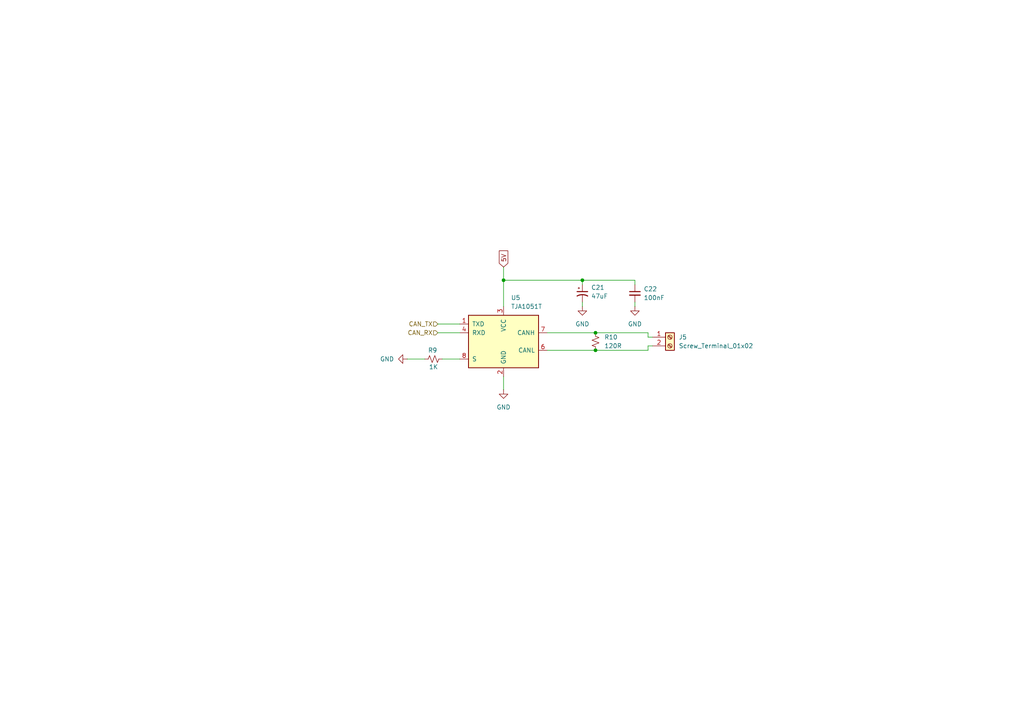
<source format=kicad_sch>
(kicad_sch (version 20250114) (generator "eeschema") (generator_version "9.0")
  (paper "A4")
  (lib_symbols
    (symbol "Connector:Screw_Terminal_01x02" (pin_names (offset 1.016) (hide yes))
      (property "Reference" "J" (at 0 2.54 0))
      (property "Value" "Screw_Terminal_01x02" (at 0 -5.08 0))
      (symbol "Screw_Terminal_01x02_1_1"
        (rectangle (start -1.27 1.27) (end 1.27 -3.81) (stroke (width 0.254)) (fill (type background)))
        (polyline (pts (xy -0.5334 0.3302) (xy 0.3302 -0.508)) (stroke (width 0.1524)))
        (polyline (pts (xy -0.5334 -2.2098) (xy 0.3302 -3.048)) (stroke (width 0.1524)))
        (polyline (pts (xy -0.3556 0.508) (xy 0.508 -0.3302)) (stroke (width 0.1524)))
        (polyline (pts (xy -0.3556 -2.032) (xy 0.508 -2.8702)) (stroke (width 0.1524)))
        (circle (center 0 0) (radius 0.635) (stroke (width 0.1524)))
        (circle (center 0 -2.54) (radius 0.635) (stroke (width 0.1524)))
        (pin passive line (at -5.08 0 0) (length 3.81) (name "Pin_1") (number "1"))
        (pin passive line (at -5.08 -2.54 0) (length 3.81) (name "Pin_2") (number "2"))
      )
    )
    (symbol "Device:C_Polarized_Small_US" (pin_numbers (hide yes)) (pin_names (offset 0.254) (hide yes))
      (property "Reference" "C" (at 0.254 1.778 0))
      (property "Value" "C_Polarized_Small_US" (at 0.254 -2.032 0))
      (symbol "C_Polarized_Small_US_0_1"
        (polyline (pts (xy -1.524 0.508) (xy 1.524 0.508)) (stroke (width 0.3048)))
        (polyline (pts (xy -1.27 1.524) (xy -0.762 1.524)))
        (polyline (pts (xy -1.016 1.27) (xy -1.016 1.778)))
        (arc (start -1.524 -0.762) (mid 0 -0.3734) (end 1.524 -0.762) (stroke (width 0.3048)))
      )
      (symbol "C_Polarized_Small_US_1_1"
        (pin passive line (at 0 2.54 270) (length 2.032) (name "~") (number "1"))
        (pin passive line (at 0 -2.54 90) (length 2.032) (name "~") (number "2"))
      )
    )
    (symbol "Device:C_Small" (pin_numbers (hide yes)) (pin_names (offset 0.254) (hide yes))
      (property "Reference" "C" (at 0.254 1.778 0))
      (property "Value" "C_Small" (at 0.254 -2.032 0))
      (symbol "C_Small_0_1"
        (polyline (pts (xy -1.524 0.508) (xy 1.524 0.508)) (stroke (width 0.3048)))
        (polyline (pts (xy -1.524 -0.508) (xy 1.524 -0.508)) (stroke (width 0.3302)))
      )
      (symbol "C_Small_1_1"
        (pin passive line (at 0 2.54 270) (length 2.032) (name "~") (number "1"))
        (pin passive line (at 0 -2.54 90) (length 2.032) (name "~") (number "2"))
      )
    )
    (symbol "Device:R_Small_US" (pin_numbers (hide yes)) (pin_names (offset 0.254) (hide yes))
      (property "Reference" "R" (at 0.762 0.508 0))
      (property "Value" "R_Small_US" (at 0.762 -1.016 0))
      (symbol "R_Small_US_1_1"
        (polyline (pts (xy 0 1.524) (xy 1.016 1.143) (xy 0 0.762) (xy -1.016 0.381) (xy 0 0)))
        (polyline (pts (xy 0 0) (xy 1.016 -0.381) (xy 0 -0.762) (xy -1.016 -1.143) (xy 0 -1.524)))
        (pin passive line (at 0 2.54 270) (length 1.016) (name "~") (number "1"))
        (pin passive line (at 0 -2.54 90) (length 1.016) (name "~") (number "2"))
      )
    )
    (symbol "Interface_CAN_LIN:TJA1051T" (pin_names (offset 1.016))
      (property "Reference" "U" (at -10.16 8.89 0))
      (property "Value" "TJA1051T" (at 1.27 8.89 0))
      (symbol "TJA1051T_0_1"
        (rectangle (start -10.16 7.62) (end 10.16 -7.62) (stroke (width 0.254)) (fill (type background)))
      )
      (symbol "TJA1051T_1_1"
        (pin input line (at -12.7 5.08 0) (length 2.54) (name "TXD") (number "1"))
        (pin output line (at -12.7 2.54 0) (length 2.54) (name "RXD") (number "4"))
        (pin input line (at -12.7 -5.08 0) (length 2.54) (name "S") (number "8"))
        (pin no_connect line (at -10.16 -2.54 0) (length 2.54) (hide yes) (name "NC") (number "5"))
        (pin power_in line (at 0 10.16 270) (length 2.54) (name "VCC") (number "3"))
        (pin power_in line (at 0 -10.16 90) (length 2.54) (name "GND") (number "2"))
        (pin bidirectional line (at 12.7 2.54 180) (length 2.54) (name "CANH") (number "7"))
        (pin bidirectional line (at 12.7 -2.54 180) (length 2.54) (name "CANL") (number "6"))
      )
    )
    (symbol "power:GND" (power) (pin_numbers (hide yes)) (pin_names (offset 0) (hide yes))
      (property "Value" "GND" (at 0 -3.81 0))
      (symbol "GND_0_1"
        (polyline (pts (xy 0 0) (xy 0 -1.27) (xy 1.27 -1.27) (xy 0 -2.54) (xy -1.27 -1.27) (xy 0 -1.27)))
      )
      (symbol "GND_1_1"
        (pin power_in line (at 0 0 270) (length 0) (name "~") (number "1"))
      )
    )
  )
  (junction (at 146.05 81.28))
  (junction (at 168.91 81.28))
  (junction (at 172.72 101.6))
  (junction (at 172.72 96.52))
  (wire (pts (xy 184.15 87.63) (xy 184.15 88.9)))
  (wire (pts (xy 127 96.52) (xy 133.35 96.52)))
  (wire (pts (xy 187.96 101.6) (xy 187.96 100.33)))
  (wire (pts (xy 168.91 82.55) (xy 168.91 81.28)))
  (wire (pts (xy 184.15 82.55) (xy 184.15 81.28)))
  (wire (pts (xy 158.75 101.6) (xy 172.72 101.6)))
  (wire (pts (xy 146.05 109.22) (xy 146.05 113.03)))
  (wire (pts (xy 187.96 100.33) (xy 189.23 100.33)))
  (wire (pts (xy 158.75 96.52) (xy 172.72 96.52)))
  (wire (pts (xy 168.91 87.63) (xy 168.91 88.9)))
  (wire (pts (xy 127 93.98) (xy 133.35 93.98)))
  (wire (pts (xy 172.72 96.52) (xy 187.96 96.52)))
  (wire (pts (xy 146.05 81.28) (xy 146.05 88.9)))
  (wire (pts (xy 184.15 81.28) (xy 168.91 81.28)))
  (wire (pts (xy 118.11 104.14) (xy 123.19 104.14)))
  (wire (pts (xy 146.05 81.28) (xy 168.91 81.28)))
  (wire (pts (xy 146.05 77.47) (xy 146.05 81.28)))
  (wire (pts (xy 187.96 96.52) (xy 187.96 97.79)))
  (wire (pts (xy 172.72 101.6) (xy 187.96 101.6)))
  (wire (pts (xy 128.27 104.14) (xy 133.35 104.14)))
  (wire (pts (xy 187.96 97.79) (xy 189.23 97.79)))
  (global_label "5V" (shape input) (at 146.05 77.47 90) (property "Intersheetrefs" "${INTERSHEET_REFS}" (effects (hide yes))))
  (hierarchical_label "CAN_RX" (shape input) (at 127 96.52 180))
  (hierarchical_label "CAN_TX" (shape input) (at 127 93.98 180))
  (symbol (lib_id "power:GND") (at 118.11 104.14 270) (unit 1)
    (property "Reference" "#PWR012" (effects (hide yes)))
    (property "Value" "GND" (at 114.3 104.1399 90) (effects (justify right)))
    (property "Description" "Power symbol creates a global label with name \"GND\" , ground" (effects (hide yes)))
  )
  (symbol (lib_id "Interface_CAN_LIN:TJA1051T") (at 146.05 99.06 0) (unit 1)
    (property "Reference" "U5" (at 148.1933 86.36 0) (effects (justify left)))
    (property "Value" "TJA1051T" (at 148.1933 88.9 0) (effects (justify left)))
    (property "Footprint" "Package_SO:SOIC-8_3.9x4.9mm_P1.27mm" (effects (hide yes)))
    (property "Datasheet" "http://www.nxp.com/docs/en/data-sheet/TJA1051.pdf" (effects (hide yes)))
    (property "Description" "High-Speed CAN Transceiver, silent mode, SOIC-8" (effects (hide yes)))
  )
  (symbol (lib_id "power:GND") (at 146.05 113.03 0) (unit 1)
    (property "Reference" "#PWR011" (effects (hide yes)))
    (property "Value" "GND" (at 146.05 118.11 0))
    (property "Description" "Power symbol creates a global label with name \"GND\" , ground" (effects (hide yes)))
  )
  (symbol (lib_id "Device:R_Small_US") (at 125.73 104.14 90) (unit 1)
    (property "Reference" "R9" (at 125.476 101.6 90))
    (property "Value" "1K" (at 125.73 106.426 90))
    (property "Footprint" "Resistor_SMD:R_0805_2012Metric_Pad1.20x1.40mm_HandSolder" (effects (hide yes)))
    (property "Description" "Resistor, small US symbol" (effects (hide yes)))
  )
  (symbol (lib_id "Connector:Screw_Terminal_01x02") (at 194.31 97.79 0) (unit 1)
    (property "Reference" "J5" (at 196.85 97.7899 0) (effects (justify left)))
    (property "Value" "Screw_Terminal_01x02" (at 196.85 100.3299 0) (effects (justify left)))
    (property "Footprint" "Connector_Phoenix_MC:PhoenixContact_MC_1,5_2-G-3.81_1x02_P3.81mm_Horizontal" (effects (hide yes)))
    (property "Description" "Generic screw terminal, single row, 01x02, script generated (kicad-library-utils/schlib/autogen/connector/)" (effects (hide yes)))
  )
  (symbol (lib_id "power:GND") (at 184.15 88.9 0) (unit 1)
    (property "Reference" "#PWR014" (effects (hide yes)))
    (property "Value" "GND" (at 184.15 93.98 0))
    (property "Description" "Power symbol creates a global label with name \"GND\" , ground" (effects (hide yes)))
  )
  (symbol (lib_id "Device:C_Small") (at 184.15 85.09 0) (unit 1)
    (property "Reference" "C22" (at 186.69 83.8262 0) (effects (justify left)))
    (property "Value" "100nF" (at 186.69 86.3662 0) (effects (justify left)))
    (property "Footprint" "Capacitor_SMD:C_0805_2012Metric_Pad1.18x1.45mm_HandSolder" (effects (hide yes)))
    (property "Description" "Unpolarized capacitor, small symbol" (effects (hide yes)))
  )
  (symbol (lib_id "Device:C_Polarized_Small_US") (at 168.91 85.09 0) (unit 1)
    (property "Reference" "C21" (at 171.45 83.3881 0) (effects (justify left)))
    (property "Value" "47uF" (at 171.45 85.9281 0) (effects (justify left)))
    (property "Footprint" "Capacitor_Tantalum_SMD:CP_EIA-3528-21_Kemet-B_HandSolder" (effects (hide yes)))
    (property "Description" "Polarized capacitor, small US symbol" (effects (hide yes)))
  )
  (symbol (lib_id "power:GND") (at 168.91 88.9 0) (unit 1)
    (property "Reference" "#PWR013" (effects (hide yes)))
    (property "Value" "GND" (at 168.91 93.98 0))
    (property "Description" "Power symbol creates a global label with name \"GND\" , ground" (effects (hide yes)))
  )
  (symbol (lib_id "Device:R_Small_US") (at 172.72 99.06 180) (unit 1)
    (property "Reference" "R10" (at 175.26 97.7899 0) (effects (justify right)))
    (property "Value" "120R" (at 175.26 100.3299 0) (effects (justify right)))
    (property "Footprint" "Resistor_SMD:R_0805_2012Metric_Pad1.20x1.40mm_HandSolder" (effects (hide yes)))
    (property "Description" "Resistor, small US symbol" (effects (hide yes)))
  )
)
</source>
